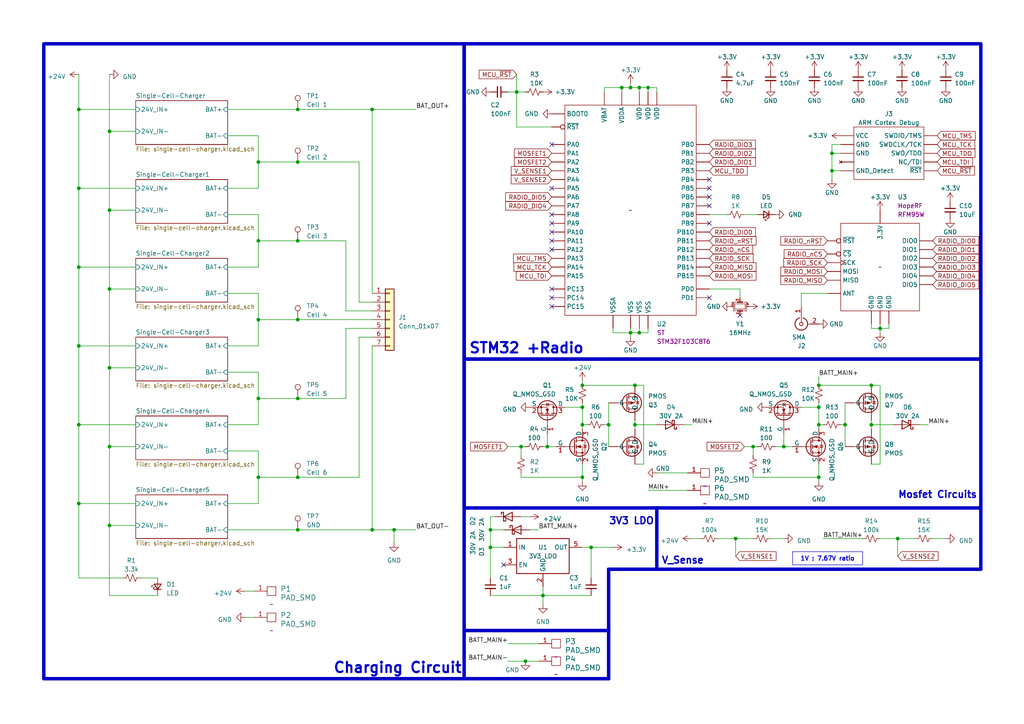
<source format=kicad_sch>
(kicad_sch (version 20230121) (generator eeschema)
  (paper "A4")
  (title_block (title "Battery and REDs Schematic") (date "2024-02-07"))
  (junction (at 185.42 25.4))
  (junction (at 86.36 153.67))
  (junction (at 171.45 158.75))
  (junction (at 168.91 118.11))
  (junction (at 74.93 138.43))
  (junction (at 252.73 111.76))
  (junction (at 213.36 156.21))
  (junction (at 237.49 138.43))
  (junction (at 176.53 123.19))
  (junction (at 180.34 25.4))
  (junction (at 22.86 100.33))
  (junction (at 184.15 123.19))
  (junction (at 86.36 46.99))
  (junction (at 107.95 31.75))
  (junction (at 237.49 123.19))
  (junction (at 107.95 153.67))
  (junction (at 114.3 153.67))
  (junction (at 182.88 25.4))
  (junction (at 182.88 96.52))
  (junction (at 22.86 54.61))
  (junction (at 252.73 123.19))
  (junction (at 168.91 123.19))
  (junction (at 31.75 83.82))
  (junction (at 185.42 96.52))
  (junction (at 74.93 92.71))
  (junction (at 237.49 118.11))
  (junction (at 245.11 123.19))
  (junction (at 74.93 46.99))
  (junction (at 22.86 123.19))
  (junction (at 22.86 31.75))
  (junction (at 237.49 111.76))
  (junction (at 168.91 138.43))
  (junction (at 31.75 129.54))
  (junction (at 184.15 111.76))
  (junction (at 86.36 31.75))
  (junction (at 31.75 152.4))
  (junction (at 168.91 111.76))
  (junction (at 74.93 69.85))
  (junction (at 31.75 60.96))
  (junction (at 149.86 26.67))
  (junction (at 157.48 172.72))
  (junction (at 86.36 69.85))
  (junction (at 218.44 129.54))
  (junction (at 31.75 38.1))
  (junction (at 241.3 49.53))
  (junction (at 22.86 77.47))
  (junction (at 152.4 191.77))
  (junction (at 260.35 156.21))
  (junction (at 158.75 129.54))
  (junction (at 31.75 106.68))
  (junction (at 227.33 129.54))
  (junction (at 187.96 25.4))
  (junction (at 142.24 158.75))
  (junction (at 241.3 44.45))
  (junction (at 22.86 146.05))
  (junction (at 86.36 92.71))
  (junction (at 142.24 153.67))
  (junction (at 74.93 115.57))
  (junction (at 255.27 95.25))
  (junction (at 86.36 138.43))
  (junction (at 151.13 129.54))
  (junction (at 86.36 115.57))
  (no_connect (at 205.74 59.69))
  (no_connect (at 205.74 64.77))
  (no_connect (at 205.74 57.15))
  (no_connect (at 160.02 83.82))
  (no_connect (at 160.02 72.39))
  (no_connect (at 160.02 41.91))
  (no_connect (at 160.02 88.9))
  (no_connect (at 160.02 62.23))
  (no_connect (at 160.02 86.36))
  (no_connect (at 205.74 54.61))
  (no_connect (at 205.74 52.07))
  (no_connect (at 205.74 86.36))
  (no_connect (at 160.02 64.77))
  (no_connect (at 160.02 54.61))
  (no_connect (at 146.05 163.83))
  (no_connect (at 160.02 67.31))
  (no_connect (at 160.02 69.85))
  (no_connect (at 214.63 91.44))
  (wire (pts (xy 260.35 156.21) (xy 265.43 156.21)))
  (wire (pts (xy 22.86 31.75) (xy 39.37 31.75)))
  (wire (pts (xy 22.86 54.61) (xy 39.37 54.61)))
  (wire (pts (xy 227.33 129.54) (xy 229.87 129.54)))
  (wire (pts (xy 31.75 106.68) (xy 39.37 106.68)))
  (wire (pts (xy 22.86 123.19) (xy 22.86 146.05)))
  (wire (pts (xy 74.93 92.71) (xy 74.93 100.33)))
  (wire (pts (xy 182.88 25.4) (xy 185.42 25.4)))
  (wire (pts (xy 31.75 106.68) (xy 31.75 129.54)))
  (wire (pts (xy 74.93 107.95) (xy 74.93 115.57)))
  (wire (pts (xy 31.75 38.1) (xy 31.75 60.96)))
  (wire (pts (xy 241.3 44.45) (xy 243.84 44.45)))
  (wire (pts (xy 252.73 123.19) (xy 252.73 124.46)))
  (wire (pts (xy 177.8 95.25) (xy 177.8 96.52)))
  (wire (pts (xy 151.13 138.43) (xy 168.91 138.43)))
  (wire (pts (xy 114.3 153.67) (xy 120.65 153.67)))
  (wire (pts (xy 107.95 100.33) (xy 107.95 153.67)))
  (wire (pts (xy 168.91 123.19) (xy 170.18 123.19)))
  (wire (pts (xy 31.75 83.82) (xy 31.75 106.68)))
  (wire (pts (xy 153.67 149.86) (xy 151.13 149.86)))
  (wire (pts (xy 151.13 129.54) (xy 151.13 132.08)))
  (wire (pts (xy 100.33 69.85) (xy 86.36 69.85)))
  (wire (pts (xy 22.86 31.75) (xy 22.86 54.61)))
  (wire (pts (xy 168.91 111.76) (xy 184.15 111.76)))
  (wire (pts (xy 168.91 134.62) (xy 168.91 138.43)))
  (wire (pts (xy 215.9 62.23) (xy 219.71 62.23)))
  (wire (pts (xy 107.95 90.17) (xy 100.33 90.17)))
  (wire (pts (xy 66.04 54.61) (xy 74.93 54.61)))
  (wire (pts (xy 66.04 123.19) (xy 74.93 123.19)))
  (wire (pts (xy 74.93 85.09) (xy 74.93 92.71)))
  (wire (pts (xy 237.49 111.76) (xy 252.73 111.76)))
  (wire (pts (xy 66.04 100.33) (xy 74.93 100.33)))
  (wire (pts (xy 270.51 156.21) (xy 274.32 156.21)))
  (wire (pts (xy 218.44 129.54) (xy 219.71 129.54)))
  (wire (pts (xy 168.91 110.49) (xy 168.91 111.76)))
  (wire (pts (xy 66.04 39.37) (xy 74.93 39.37)))
  (wire (pts (xy 175.26 123.19) (xy 176.53 123.19)))
  (wire (pts (xy 149.86 21.59) (xy 149.86 26.67)))
  (wire (pts (xy 237.49 116.84) (xy 237.49 118.11)))
  (wire (pts (xy 142.24 153.67) (xy 146.05 153.67)))
  (wire (pts (xy 185.42 95.25) (xy 185.42 96.52)))
  (wire (pts (xy 185.42 25.4) (xy 185.42 26.67)))
  (wire (pts (xy 142.24 149.86) (xy 142.24 153.67)))
  (wire (pts (xy 185.42 25.4) (xy 187.96 25.4)))
  (wire (pts (xy 86.36 138.43) (xy 104.14 138.43)))
  (wire (pts (xy 184.15 123.19) (xy 190.5 123.19)))
  (wire (pts (xy 176.53 129.54) (xy 176.53 123.19)))
  (wire (pts (xy 232.41 88.9) (xy 232.41 85.09)))
  (wire (pts (xy 74.93 69.85) (xy 74.93 77.47)))
  (wire (pts (xy 187.96 142.24) (xy 199.39 142.24)))
  (wire (pts (xy 252.73 121.92) (xy 252.73 123.19)))
  (wire (pts (xy 142.24 158.75) (xy 142.24 167.64)))
  (wire (pts (xy 151.13 129.54) (xy 152.4 129.54)))
  (wire (pts (xy 66.04 77.47) (xy 74.93 77.47)))
  (wire (pts (xy 22.86 146.05) (xy 22.86 167.64)))
  (wire (pts (xy 31.75 152.4) (xy 31.75 172.72)))
  (polyline (pts (xy 176.53 182.88) (xy 134.62 182.88)) (stroke (width 1)))
  (wire (pts (xy 31.75 60.96) (xy 39.37 60.96)))
  (wire (pts (xy 149.86 26.67) (xy 152.4 26.67)))
  (wire (pts (xy 198.12 123.19) (xy 200.66 123.19)))
  (wire (pts (xy 31.75 83.82) (xy 39.37 83.82)))
  (wire (pts (xy 255.27 93.98) (xy 255.27 95.25)))
  (wire (pts (xy 31.75 129.54) (xy 39.37 129.54)))
  (wire (pts (xy 224.79 129.54) (xy 227.33 129.54)))
  (wire (pts (xy 74.93 46.99) (xy 86.36 46.99)))
  (wire (pts (xy 107.95 97.79) (xy 104.14 97.79)))
  (wire (pts (xy 66.04 130.81) (xy 74.93 130.81)))
  (wire (pts (xy 107.95 85.09) (xy 107.95 31.75)))
  (wire (pts (xy 237.49 138.43) (xy 237.49 139.7)))
  (wire (pts (xy 147.32 26.67) (xy 149.86 26.67)))
  (wire (pts (xy 168.91 158.75) (xy 171.45 158.75)))
  (wire (pts (xy 213.36 156.21) (xy 213.36 161.29)))
  (wire (pts (xy 74.93 130.81) (xy 74.93 138.43)))
  (wire (pts (xy 74.93 46.99) (xy 74.93 54.61)))
  (wire (pts (xy 260.35 156.21) (xy 260.35 161.29)))
  (wire (pts (xy 22.86 100.33) (xy 39.37 100.33)))
  (wire (pts (xy 66.04 31.75) (xy 86.36 31.75)))
  (wire (pts (xy 100.33 95.25) (xy 100.33 115.57)))
  (wire (pts (xy 31.75 172.72) (xy 45.72 172.72)))
  (wire (pts (xy 147.32 129.54) (xy 151.13 129.54)))
  (wire (pts (xy 22.86 21.59) (xy 22.86 31.75)))
  (wire (pts (xy 86.36 153.67) (xy 107.95 153.67)))
  (wire (pts (xy 255.27 134.62) (xy 255.27 111.76)))
  (wire (pts (xy 74.93 138.43) (xy 74.93 146.05)))
  (wire (pts (xy 218.44 138.43) (xy 237.49 138.43)))
  (wire (pts (xy 142.24 158.75) (xy 146.05 158.75)))
  (polyline (pts (xy 134.62 182.88) (xy 134.62 147.32)))
  (wire (pts (xy 175.26 26.67) (xy 175.26 25.4)))
  (wire (pts (xy 40.64 167.64) (xy 45.72 167.64)))
  (wire (pts (xy 143.51 149.86) (xy 142.24 149.86)))
  (wire (pts (xy 241.3 44.45) (xy 241.3 49.53)))
  (wire (pts (xy 252.73 123.19) (xy 259.08 123.19)))
  (wire (pts (xy 86.36 115.57) (xy 100.33 115.57)))
  (wire (pts (xy 142.24 153.67) (xy 142.24 158.75)))
  (wire (pts (xy 31.75 60.96) (xy 31.75 83.82)))
  (wire (pts (xy 223.52 156.21) (xy 227.33 156.21)))
  (wire (pts (xy 39.37 146.05) (xy 22.86 146.05)))
  (wire (pts (xy 182.88 24.13) (xy 182.88 25.4)))
  (wire (pts (xy 22.86 167.64) (xy 35.56 167.64)))
  (wire (pts (xy 149.86 26.67) (xy 149.86 36.83)))
  (wire (pts (xy 237.49 118.11) (xy 237.49 123.19)))
  (wire (pts (xy 200.66 156.21) (xy 203.2 156.21)))
  (wire (pts (xy 186.69 111.76) (xy 186.69 134.62)))
  (wire (pts (xy 66.04 107.95) (xy 74.93 107.95)))
  (wire (pts (xy 31.75 38.1) (xy 39.37 38.1)))
  (wire (pts (xy 74.93 39.37) (xy 74.93 46.99)))
  (wire (pts (xy 218.44 129.54) (xy 218.44 132.08)))
  (wire (pts (xy 243.84 123.19) (xy 245.11 123.19)))
  (wire (pts (xy 31.75 21.59) (xy 31.75 38.1)))
  (wire (pts (xy 100.33 90.17) (xy 100.33 69.85)))
  (wire (pts (xy 158.75 129.54) (xy 161.29 129.54)))
  (wire (pts (xy 171.45 158.75) (xy 177.8 158.75)))
  (wire (pts (xy 266.7 123.19) (xy 269.24 123.19)))
  (wire (pts (xy 252.73 111.76) (xy 255.27 111.76)))
  (wire (pts (xy 22.86 54.61) (xy 22.86 77.47)))
  (wire (pts (xy 232.41 118.11) (xy 237.49 118.11)))
  (wire (pts (xy 74.93 115.57) (xy 86.36 115.57)))
  (wire (pts (xy 255.27 95.25) (xy 257.81 95.25)))
  (wire (pts (xy 157.48 170.18) (xy 157.48 172.72)))
  (wire (pts (xy 104.14 87.63) (xy 104.14 46.99)))
  (wire (pts (xy 74.93 62.23) (xy 74.93 69.85)))
  (wire (pts (xy 175.26 25.4) (xy 180.34 25.4)))
  (wire (pts (xy 237.49 123.19) (xy 237.49 124.46)))
  (wire (pts (xy 182.88 96.52) (xy 182.88 97.79)))
  (wire (pts (xy 190.5 137.16) (xy 199.39 137.16)))
  (wire (pts (xy 147.32 191.77) (xy 152.4 191.77)))
  (wire (pts (xy 71.12 171.45) (xy 73.66 171.45)))
  (wire (pts (xy 237.49 109.22) (xy 237.49 111.76)))
  (wire (pts (xy 152.4 191.77) (xy 156.21 191.77)))
  (wire (pts (xy 107.95 95.25) (xy 100.33 95.25)))
  (wire (pts (xy 168.91 116.84) (xy 168.91 118.11)))
  (wire (pts (xy 252.73 95.25) (xy 255.27 95.25)))
  (wire (pts (xy 243.84 41.91) (xy 241.3 41.91)))
  (wire (pts (xy 187.96 25.4) (xy 187.96 26.67)))
  (wire (pts (xy 66.04 85.09) (xy 74.93 85.09)))
  (wire (pts (xy 184.15 134.62) (xy 186.69 134.62)))
  (wire (pts (xy 184.15 121.92) (xy 184.15 123.19)))
  (wire (pts (xy 180.34 25.4) (xy 180.34 26.67)))
  (wire (pts (xy 205.74 62.23) (xy 210.82 62.23)))
  (polyline (pts (xy 190.5 165.1) (xy 176.53 165.1)) (stroke (width 1)))
  (wire (pts (xy 213.36 156.21) (xy 218.44 156.21)))
  (wire (pts (xy 151.13 137.16) (xy 151.13 138.43)))
  (wire (pts (xy 114.3 153.67) (xy 114.3 157.48)))
  (wire (pts (xy 257.81 95.25) (xy 257.81 93.98)))
  (wire (pts (xy 208.28 156.21) (xy 213.36 156.21)))
  (wire (pts (xy 182.88 95.25) (xy 182.88 96.52)))
  (wire (pts (xy 104.14 97.79) (xy 104.14 138.43)))
  (wire (pts (xy 149.86 36.83) (xy 160.02 36.83)))
  (wire (pts (xy 255.27 156.21) (xy 260.35 156.21)))
  (wire (pts (xy 232.41 85.09) (xy 240.03 85.09)))
  (wire (pts (xy 185.42 96.52) (xy 187.96 96.52)))
  (wire (pts (xy 252.73 134.62) (xy 255.27 134.62)))
  (wire (pts (xy 66.04 153.67) (xy 86.36 153.67)))
  (wire (pts (xy 22.86 77.47) (xy 39.37 77.47)))
  (polyline (pts (xy 134.62 147.32) (xy 190.5 147.32)))
  (wire (pts (xy 237.49 134.62) (xy 237.49 138.43)))
  (wire (pts (xy 156.21 153.67) (xy 153.67 153.67)))
  (wire (pts (xy 184.15 123.19) (xy 184.15 124.46)))
  (wire (pts (xy 107.95 31.75) (xy 120.65 31.75)))
  (wire (pts (xy 252.73 93.98) (xy 252.73 95.25)))
  (wire (pts (xy 86.36 31.75) (xy 107.95 31.75)))
  (wire (pts (xy 158.75 125.73) (xy 158.75 129.54)))
  (wire (pts (xy 66.04 146.05) (xy 74.93 146.05)))
  (wire (pts (xy 215.9 129.54) (xy 218.44 129.54)))
  (wire (pts (xy 255.27 95.25) (xy 255.27 96.52)))
  (wire (pts (xy 107.95 87.63) (xy 104.14 87.63)))
  (wire (pts (xy 180.34 25.4) (xy 182.88 25.4)))
  (polyline (pts (xy 176.53 165.1) (xy 176.53 182.88)) (stroke (width 1)))
  (wire (pts (xy 157.48 172.72) (xy 171.45 172.72)))
  (wire (pts (xy 142.24 172.72) (xy 157.48 172.72)))
  (wire (pts (xy 245.11 129.54) (xy 245.11 123.19)))
  (wire (pts (xy 241.3 49.53) (xy 241.3 52.07)))
  (wire (pts (xy 177.8 96.52) (xy 182.88 96.52)))
  (wire (pts (xy 241.3 41.91) (xy 241.3 44.45)))
  (wire (pts (xy 168.91 138.43) (xy 168.91 139.7)))
  (wire (pts (xy 245.11 116.84) (xy 245.11 123.19)))
  (polyline (pts (xy 190.5 147.32) (xy 190.5 165.1)) (stroke (width 1)))
  (wire (pts (xy 74.93 138.43) (xy 86.36 138.43)))
  (wire (pts (xy 168.91 123.19) (xy 168.91 124.46)))
  (wire (pts (xy 163.83 118.11) (xy 168.91 118.11)))
  (wire (pts (xy 187.96 25.4) (xy 190.5 25.4)))
  (wire (pts (xy 238.76 156.21) (xy 250.19 156.21)))
  (wire (pts (xy 176.53 116.84) (xy 176.53 123.19)))
  (wire (pts (xy 241.3 49.53) (xy 243.84 49.53)))
  (wire (pts (xy 147.32 186.69) (xy 156.21 186.69)))
  (wire (pts (xy 237.49 123.19) (xy 238.76 123.19)))
  (wire (pts (xy 71.12 179.07) (xy 73.66 179.07)))
  (polyline (pts (xy 284.48 147.32) (xy 284.48 165.1)) (stroke (width 1)))
  (wire (pts (xy 22.86 123.19) (xy 39.37 123.19)))
  (wire (pts (xy 157.48 129.54) (xy 158.75 129.54)))
  (wire (pts (xy 74.93 92.71) (xy 86.36 92.71)))
  (wire (pts (xy 214.63 83.82) (xy 214.63 86.36)))
  (wire (pts (xy 107.95 153.67) (xy 114.3 153.67)))
  (wire (pts (xy 31.75 152.4) (xy 39.37 152.4)))
  (wire (pts (xy 184.15 111.76) (xy 186.69 111.76)))
  (wire (pts (xy 182.88 96.52) (xy 185.42 96.52)))
  (polyline (pts (xy 190.5 165.1) (xy 284.48 165.1)) (stroke (width 1)))
  (wire (pts (xy 157.48 172.72) (xy 157.48 175.26)))
  (wire (pts (xy 86.36 69.85) (xy 74.93 69.85)))
  (wire (pts (xy 187.96 95.25) (xy 187.96 96.52)))
  (wire (pts (xy 66.04 62.23) (xy 74.93 62.23)))
  (wire (pts (xy 31.75 129.54) (xy 31.75 152.4)))
  (wire (pts (xy 22.86 100.33) (xy 22.86 123.19)))
  (wire (pts (xy 168.91 118.11) (xy 168.91 123.19)))
  (wire (pts (xy 74.93 115.57) (xy 74.93 123.19)))
  (wire (pts (xy 205.74 83.82) (xy 214.63 83.82)))
  (wire (pts (xy 218.44 137.16) (xy 218.44 138.43)))
  (polyline (pts (xy 134.62 196.85) (xy 176.53 196.85)) (stroke (width 1)))
  (wire (pts (xy 86.36 92.71) (xy 107.95 92.71)))
  (wire (pts (xy 22.86 77.47) (xy 22.86 100.33)))
  (polyline (pts (xy 176.53 182.88) (xy 176.53 196.85)) (stroke (width 1)))
  (wire (pts (xy 227.33 125.73) (xy 227.33 129.54)))
  (wire (pts (xy 86.36 46.99) (xy 104.14 46.99)))
  (wire (pts (xy 171.45 158.75) (xy 171.45 167.64)))
  (wire (pts (xy 190.5 25.4) (xy 190.5 26.67)))
  (rectangle (start 134.62 104.14) (end 284.48 147.32) (stroke (width 1)))
  (rectangle (start 12.7 12.7) (end 134.62 196.85) (stroke (width 1)))
  (rectangle (start 134.62 12.7) (end 284.48 104.14) (stroke (width 1)))
  (text_box "1V : 7.67V ratio" (at 229.87 160.02 0) (size 20.32 3.81) (effects (font (size 1.27 1.27) bold)))
  (text "STM32 +Radio" (at 135.89 102.87 0) (effects (font (size 3 3) (thickness 0.6) bold) (justify left bottom)))
  (text "Charging Circuit" (at 96.52 195.58 0) (effects (font (size 3 3) (thickness 0.6) bold) (justify left bottom)))
  (text "3V3 LDO" (at 176.53 152.4 0) (effects (font (size 2 2) (thickness 0.4) bold) (justify left bottom)))
  (text "Mosfet Circuits" (at 260.35 144.78 0) (effects (font (size 2 2) (thickness 0.4) bold) (justify left bottom)))
  (text "V_Sense" (at 191.77 163.83 0) (effects (font (size 2 2) bold) (justify left bottom)))
  (label "BATT_MAIN+" (at 238.76 156.21 0))
  (label "BAT_OUT+" (at 120.65 31.75 0))
  (label "MAIN+" (at 200.66 123.19 0))
  (label "MAIN+" (at 187.96 142.24 0))
  (label "BATT_MAIN-" (at 147.32 191.77 180))
  (label "BAT_OUT-" (at 120.65 153.67 0))
  (label "BATT_MAIN+" (at 147.32 186.69 180))
  (label "BATT_MAIN+" (at 237.49 109.22 0))
  (label "BATT_MAIN+" (at 156.21 153.67 0))
  (label "MAIN+" (at 269.24 123.19 0))
  (global_label "MOSFET2" (shape input) (at 215.9 129.54 180) (property "Intersheetrefs" "${INTERSHEET_REFS}" (effects hide)))
  (global_label "RADIO_nRST" (shape input) (at 205.74 69.85 0) (property "Intersheetrefs" "${INTERSHEET_REFS}" (effects hide)))
  (global_label "RADIO_MOSI" (shape input) (at 205.74 80.01 0) (property "Intersheetrefs" "${INTERSHEET_REFS}" (effects hide)))
  (global_label "RADIO_nCS" (shape input) (at 240.03 73.66 180) (property "Intersheetrefs" "${INTERSHEET_REFS}" (effects hide)))
  (global_label "RADIO_SCK" (shape input) (at 240.03 76.2 180) (property "Intersheetrefs" "${INTERSHEET_REFS}" (effects hide)))
  (global_label "RADIO_MISO" (shape input) (at 240.03 81.28 180) (property "Intersheetrefs" "${INTERSHEET_REFS}" (effects hide)))
  (global_label "MOSFET1" (shape input) (at 147.32 129.54 180) (property "Intersheetrefs" "${INTERSHEET_REFS}" (effects hide)))
  (global_label "V_SENSE2" (shape input) (at 260.35 161.29 0) (property "Intersheetrefs" "${INTERSHEET_REFS}" (effects hide)))
  (global_label "MCU_~{RST}" (shape input) (at 149.86 21.59 180) (property "Intersheetrefs" "${INTERSHEET_REFS}" (effects hide)))
  (global_label "MCU_TCK" (shape input) (at 160.02 77.47 180) (property "Intersheetrefs" "${INTERSHEET_REFS}" (effects hide)))
  (global_label "RADIO_DIO0" (shape input) (at 205.74 67.31 0) (property "Intersheetrefs" "${INTERSHEET_REFS}" (effects hide)))
  (global_label "RADIO_DIO2" (shape input) (at 205.74 44.45 0) (property "Intersheetrefs" "${INTERSHEET_REFS}" (effects hide)))
  (global_label "MCU_TMS" (shape input) (at 160.02 74.93 180) (property "Intersheetrefs" "${INTERSHEET_REFS}" (effects hide)))
  (global_label "RADIO_DIO1" (shape input) (at 270.51 72.39 0) (property "Intersheetrefs" "${INTERSHEET_REFS}" (effects hide)))
  (global_label "RADIO_DIO4" (shape input) (at 270.51 80.01 0) (property "Intersheetrefs" "${INTERSHEET_REFS}" (effects hide)))
  (global_label "MCU_TDI" (shape input) (at 160.02 80.01 180) (property "Intersheetrefs" "${INTERSHEET_REFS}" (effects hide)))
  (global_label "RADIO_SCK" (shape input) (at 205.74 74.93 0) (property "Intersheetrefs" "${INTERSHEET_REFS}" (effects hide)))
  (global_label "RADIO_DIO3" (shape input) (at 270.51 77.47 0) (property "Intersheetrefs" "${INTERSHEET_REFS}" (effects hide)))
  (global_label "MCU_TDI" (shape input) (at 271.78 46.99 0) (property "Intersheetrefs" "${INTERSHEET_REFS}" (effects hide)))
  (global_label "RADIO_DIO2" (shape input) (at 270.51 74.93 0) (property "Intersheetrefs" "${INTERSHEET_REFS}" (effects hide)))
  (global_label "MOSFET1" (shape input) (at 160.02 44.45 180) (property "Intersheetrefs" "${INTERSHEET_REFS}" (effects hide)))
  (global_label "RADIO_nCS" (shape input) (at 205.74 72.39 0) (property "Intersheetrefs" "${INTERSHEET_REFS}" (effects hide)))
  (global_label "V_SENSE1" (shape input) (at 213.36 161.29 0) (property "Intersheetrefs" "${INTERSHEET_REFS}" (effects hide)))
  (global_label "MCU_TDO" (shape input) (at 205.74 49.53 0) (property "Intersheetrefs" "${INTERSHEET_REFS}" (effects hide)))
  (global_label "RADIO_DIO0" (shape input) (at 270.51 69.85 0) (property "Intersheetrefs" "${INTERSHEET_REFS}" (effects hide)))
  (global_label "RADIO_DIO1" (shape input) (at 205.74 46.99 0) (property "Intersheetrefs" "${INTERSHEET_REFS}" (effects hide)))
  (global_label "MOSFET2" (shape input) (at 160.02 46.99 180) (property "Intersheetrefs" "${INTERSHEET_REFS}" (effects hide)))
  (global_label "RADIO_nRST" (shape input) (at 240.03 69.85 180) (property "Intersheetrefs" "${INTERSHEET_REFS}" (effects hide)))
  (global_label "V_SENSE2" (shape input) (at 160.02 52.07 180) (property "Intersheetrefs" "${INTERSHEET_REFS}" (effects hide)))
  (global_label "MCU_TCK" (shape input) (at 271.78 41.91 0) (property "Intersheetrefs" "${INTERSHEET_REFS}" (effects hide)))
  (global_label "RADIO_DIO4" (shape input) (at 160.02 59.69 180) (property "Intersheetrefs" "${INTERSHEET_REFS}" (effects hide)))
  (global_label "RADIO_DIO5" (shape input) (at 160.02 57.15 180) (property "Intersheetrefs" "${INTERSHEET_REFS}" (effects hide)))
  (global_label "RADIO_DIO5" (shape input) (at 270.51 82.55 0) (property "Intersheetrefs" "${INTERSHEET_REFS}" (effects hide)))
  (global_label "RADIO_MOSI" (shape input) (at 240.03 78.74 180) (property "Intersheetrefs" "${INTERSHEET_REFS}" (effects hide)))
  (global_label "V_SENSE1" (shape input) (at 160.02 49.53 180) (property "Intersheetrefs" "${INTERSHEET_REFS}" (effects hide)))
  (global_label "MCU_TMS" (shape input) (at 271.78 39.37 0) (property "Intersheetrefs" "${INTERSHEET_REFS}" (effects hide)))
  (global_label "MCU_~{RST}" (shape input) (at 271.78 49.53 0) (property "Intersheetrefs" "${INTERSHEET_REFS}" (effects hide)))
  (global_label "RADIO_DIO3" (shape input) (at 205.74 41.91 0) (property "Intersheetrefs" "${INTERSHEET_REFS}" (effects hide)))
  (global_label "RADIO_MISO" (shape input) (at 205.74 77.47 0) (property "Intersheetrefs" "${INTERSHEET_REFS}" (effects hide)))
  (global_label "MCU_TDO" (shape input) (at 271.78 44.45 0) (property "Intersheetrefs" "${INTERSHEET_REFS}" (effects hide)))
  (symbol (lib_id "power:+3.3V") (at 157.48 26.67 270) (unit 1)
    (property "Reference" "#PWR010" (effects hide))
    (property "Value" "+3.3V" (at 163.83 26.67 90))
  )
  (symbol (lib_id "Device:C_Small") (at 275.59 60.96 0) (unit 1)
    (property "Reference" "C10" (at 278.13 59.69 0) (effects (justify left)))
    (property "Value" "10uF" (at 278.13 62.2363 0) (effects (justify left)))
    (property "Footprint" "Capacitor_SMD:C_0603_1608Metric_Pad1.08x0.95mm_HandSolder" (effects hide))
    (property "Manufacturer" "Generic" (effects hide))
    (property "Part #" "Generic 0603 10uF 6.3V X7R MLCC" (effects hide))
  )
  (symbol (lib_id "power:GND") (at 152.4 191.77 0) (unit 1)
    (property "Reference" "#PWR07" (effects hide))
    (property "Value" "GND" (at 148.59 194.31 0))
  )
  (symbol (lib_id "Device:C_Small") (at 223.52 22.86 0) (unit 1)
    (property "Reference" "C5" (at 226.06 21.59 0) (effects (justify left)))
    (property "Value" "100nF" (at 226.06 24.1363 0) (effects (justify left)))
    (property "Footprint" "Capacitor_SMD:C_0603_1608Metric_Pad1.08x0.95mm_HandSolder" (effects hide))
    (property "Manufacturer" "Generic" (effects hide))
    (property "Part #" "Generic 0603 100nF 6.3V X7R MLCC" (effects hide))
  )
  (symbol (lib_id "UCIRP-KiCAD-Lib:ARM_Cortex_Debug") (at 257.81 44.45 0) (unit 1)
    (property "Reference" "J3" (at 257.81 33.02 0))
    (property "Value" "ARM Cortex Debug" (at 257.81 35.56 0))
    (property "Footprint" "Connector_PinHeader_1.27mm:PinHeader_2x05_P1.27mm_Vertical_SMD" (effects hide))
    (property "Manufacturer" "Generic" (effects hide))
    (property "Part #" "Generic 1.27mm 2x5 Pin Header" (effects hide))
  )
  (symbol (lib_id "power:GND") (at 261.62 25.4 0) (unit 1)
    (property "Reference" "#PWR040" (effects hide))
    (property "Value" "GND" (at 261.62 29.21 0))
  )
  (symbol (lib_id "power:GND") (at 190.5 137.16 270) (unit 1)
    (property "Reference" "#PWR018" (effects hide))
    (property "Value" "GND" (at 194.31 135.89 90) (effects (justify right)))
  )
  (symbol (lib_id "Device:LED_Small") (at 222.25 62.23 180) (unit 1)
    (property "Reference" "D5" (at 222.25 57.15 0))
    (property "Value" "LED" (at 222.25 59.69 0))
    (property "Footprint" "Diode_SMD:D_0603_1608Metric_Pad1.05x0.95mm_HandSolder" (effects hide))
    (property "Manufacturer" "Generic" (effects hide))
    (property "Part #" "Generic 0603 Red LED" (effects hide))
  )
  (symbol (lib_id "UCIRP-KiCAD-Lib:NCV8730") (at 157.48 161.29 0) (unit 1)
    (property "Reference" "U1" (at 157.48 158.75 0))
    (property "Value" "3V3 LDO" (at 157.47 161.29 0))
    (property "Footprint" "Package_SO:TSOP-5_1.65x3.05mm_P0.95mm" (effects hide))
    (property "Datasheet" "https://www.mouser.com/datasheet/2/308/1/NCV8730_D-2317675.pdf" (effects hide))
    (property "Manufacturer" "Onsemi" (effects hide))
    (property "Part #" "NCV8730ASN330T1G" (effects hide))
  )
  (symbol (lib_id "Connector:TestPoint") (at 86.36 115.57 0) (unit 1)
    (property "Reference" "TP5" (at 88.9 111.633 0) (effects (justify left)))
    (property "Value" "Cell 5" (at 88.9 114.173 0) (effects (justify left)))
    (property "Footprint" "TestPoint:TestPoint_Pad_2.0x2.0mm" (effects hide))
    (property "Manufacturer" "Generic" (effects hide))
  )
  (symbol (lib_id "power:GND") (at 274.32 25.4 0) (unit 1)
    (property "Reference" "#PWR042" (effects hide))
    (property "Value" "GND" (at 274.32 29.21 0))
  )
  (symbol (lib_id "power:GND") (at 237.49 93.98 90) (unit 1)
    (property "Reference" "#PWR031" (effects hide))
    (property "Value" "GND" (at 242.57 93.98 90))
  )
  (symbol (lib_id "power:GND") (at 31.75 21.59 90) (unit 1)
    (property "Reference" "#PWR02" (effects hide))
    (property "Value" "GND" (at 35.56 22.225 90) (effects (justify right)))
  )
  (symbol (lib_id "Connector_Generic:Conn_01x07") (at 113.03 92.71 0) (unit 1)
    (property "Reference" "J1" (at 115.57 92.075 0) (effects (justify left)))
    (property "Value" "Conn_01x07" (at 115.57 94.615 0) (effects (justify left)))
    (property "Footprint" "Connector_JST:JST_PH_B7B-PH-K_1x07_P2.00mm_Vertical" (effects hide))
    (property "Manufacturer" "Generic" (effects hide))
    (property "Part #" "Generic 2.54mm 1x7 Pin Header" (effects hide))
  )
  (symbol (lib_id "Device:Q_NMOS_GSD") (at 227.33 120.65 270) (mirror x) (unit 1)
    (property "Reference" "Q5" (at 227.33 111.76 90))
    (property "Value" "Q_NMOS_GSD" (at 223.52 114.3 90))
    (property "Footprint" "Package_TO_SOT_SMD:SOT-23-3" (effects hide))
    (property "Datasheet" "https://www.onsemi.com/pdf/datasheet/ntr4003n-d.pdf" (effects hide))
    (property "Manufacturer" "Onsemi" (effects hide))
    (property "Part #" "NTR4003NT3G" (effects hide))
  )
  (symbol (lib_id "Device:R_Small_US") (at 237.49 114.3 0) (unit 1)
    (property "Reference" "R12" (at 232.41 113.03 0) (effects (justify left)))
    (property "Value" "10K" (at 232.41 115.57 0) (effects (justify left)))
    (property "Footprint" "Resistor_SMD:R_0603_1608Metric_Pad0.98x0.95mm_HandSolder" (effects hide))
    (property "Manufacturer" "Generic" (effects hide))
    (property "Part #" "Generic 0603 10K 1% Resistor" (effects hide))
  )
  (symbol (lib_id "Device:Q_NMOS_GSD") (at 234.95 129.54 0) (unit 1)
    (property "Reference" "Q6" (at 243.84 129.54 90))
    (property "Value" "Q_NMOS_GSD" (at 241.3 133.35 90))
    (property "Footprint" "Package_TO_SOT_SMD:SOT-23-3" (effects hide))
    (property "Datasheet" "https://www.onsemi.com/pdf/datasheet/ntr4003n-d.pdf" (effects hide))
    (property "Manufacturer" "Onsemi" (effects hide))
    (property "Part #" "NTR4003NT3G" (effects hide))
  )
  (symbol (lib_id "Connector:TestPoint") (at 86.36 138.43 0) (unit 1)
    (property "Reference" "TP6" (at 88.9 134.493 0) (effects (justify left)))
    (property "Value" "Cell 6" (at 88.9 137.033 0) (effects (justify left)))
    (property "Footprint" "TestPoint:TestPoint_Pad_2.0x2.0mm" (effects hide))
    (property "Manufacturer" "Generic" (effects hide))
  )
  (symbol (lib_id "power:GND") (at 160.02 33.02 270) (unit 1)
    (property "Reference" "#PWR012" (effects hide))
    (property "Value" "GND" (at 156.21 33.02 90) (effects (justify right)))
  )
  (symbol (lib_id "Connector:TestPoint") (at 86.36 31.75 0) (unit 1)
    (property "Reference" "TP1" (at 88.9 27.813 0) (effects (justify left)))
    (property "Value" "Cell 1" (at 88.9 30.353 0) (effects (justify left)))
    (property "Footprint" "TestPoint:TestPoint_Pad_2.0x2.0mm" (effects hide))
    (property "Manufacturer" "Generic" (effects hide))
  )
  (symbol (lib_id "power:GND") (at 223.52 25.4 0) (unit 1)
    (property "Reference" "#PWR026" (effects hide))
    (property "Value" "GND" (at 223.52 29.21 0))
  )
  (symbol (lib_id "Device:R_Small_US") (at 218.44 134.62 180) (unit 1)
    (property "Reference" "R9" (at 220.98 133.985 0) (effects (justify right)))
    (property "Value" "1K" (at 220.98 136.525 0) (effects (justify right)))
    (property "Footprint" "Resistor_SMD:R_0603_1608Metric_Pad0.98x0.95mm_HandSolder" (effects hide))
    (property "Manufacturer" "Generic" (effects hide))
    (property "Part #" "Generic 0603 1K 10% Resistor" (effects hide))
  )
  (symbol (lib_id "power:+3.3V") (at 223.52 20.32 0) (unit 1)
    (property "Reference" "#PWR025" (effects hide))
    (property "Value" "+3.3V" (at 223.52 16.51 0))
  )
  (symbol (lib_id "Device:R_Small_US") (at 172.72 123.19 90) (unit 1)
    (property "Reference" "R6" (at 172.72 118.11 90))
    (property "Value" "100" (at 172.72 120.65 90))
    (property "Footprint" "Resistor_SMD:R_0603_1608Metric_Pad0.98x0.95mm_HandSolder" (effects hide))
    (property "Manufacturer" "Generic" (effects hide))
    (property "Part #" "Generic 0603 100ohm 5% Resistor" (effects hide))
  )
  (symbol (lib_id "Device:C_Small") (at 210.82 22.86 0) (unit 1)
    (property "Reference" "C4" (at 213.36 21.59 0) (effects (justify left)))
    (property "Value" "4.7uF" (at 213.36 24.1363 0) (effects (justify left)))
    (property "Footprint" "Capacitor_SMD:C_0603_1608Metric_Pad1.08x0.95mm_HandSolder" (effects hide))
    (property "Manufacturer" "Generic" (effects hide))
    (property "Part #" "Generic 0603 4.7uF 6.3V X7R MLCC" (effects hide))
  )
  (symbol (lib_id "power:+24V") (at 153.67 149.86 270) (unit 1)
    (property "Reference" "#PWR09" (effects hide))
    (property "Value" "+24V" (at 157.48 150.495 90) (effects (justify left)))
  )
  (symbol (lib_id "power:GND") (at 182.88 97.79 0) (unit 1)
    (property "Reference" "#PWR017" (effects hide))
    (property "Value" "GND" (at 182.88 101.6 0))
  )
  (symbol (lib_id "Device:R_Small_US") (at 241.3 123.19 90) (unit 1)
    (property "Reference" "R13" (at 241.3 118.11 90))
    (property "Value" "100" (at 241.3 120.65 90))
    (property "Footprint" "Resistor_SMD:R_0603_1608Metric_Pad0.98x0.95mm_HandSolder" (effects hide))
    (property "Manufacturer" "Generic" (effects hide))
    (property "Part #" "Generic 0603 100ohm 5% Resistor" (effects hide))
  )
  (symbol (lib_id "Device:R_Small_US") (at 220.98 156.21 90) (unit 1)
    (property "Reference" "R10" (at 220.98 151.13 90))
    (property "Value" "15K" (at 220.98 153.67 90))
    (property "Footprint" "Resistor_SMD:R_0603_1608Metric_Pad0.98x0.95mm_HandSolder" (effects hide))
    (property "Manufacturer" "Generic" (effects hide))
    (property "Part #" "Generic 0603 15K 0.1% Resistor" (effects hide))
  )
  (symbol (lib_id "power:+3.3V") (at 182.88 24.13 0) (unit 1)
    (property "Reference" "#PWR016" (effects hide))
    (property "Value" "+3.3V" (at 182.88 20.32 0))
  )
  (symbol (lib_id "Connector:TestPoint") (at 86.36 69.85 0) (unit 1)
    (property "Reference" "TP3" (at 88.9 65.913 0) (effects (justify left)))
    (property "Value" "Cell 3" (at 88.9 68.453 0) (effects (justify left)))
    (property "Footprint" "TestPoint:TestPoint_Pad_2.0x2.0mm" (effects hide))
    (property "Manufacturer" "Generic" (effects hide))
  )
  (symbol (lib_id "power:GND") (at 255.27 96.52 0) (unit 1)
    (property "Reference" "#PWR038" (effects hide))
    (property "Value" "GND" (at 255.27 100.33 0))
  )
  (symbol (lib_id "Device:R_Small_US") (at 168.91 114.3 0) (unit 1)
    (property "Reference" "R5" (at 163.83 113.03 0) (effects (justify left)))
    (property "Value" "10K" (at 163.83 115.57 0) (effects (justify left)))
    (property "Footprint" "Resistor_SMD:R_0603_1608Metric_Pad0.98x0.95mm_HandSolder" (effects hide))
    (property "Manufacturer" "Generic" (effects hide))
    (property "Part #" "Generic 0603 10K 1% Resistor" (effects hide))
  )
  (symbol (lib_id "Device:C_Small") (at 248.92 22.86 0) (unit 1)
    (property "Reference" "C7" (at 251.46 21.59 0) (effects (justify left)))
    (property "Value" "100nF" (at 251.46 24.1363 0) (effects (justify left)))
    (property "Footprint" "Capacitor_SMD:C_0603_1608Metric_Pad1.08x0.95mm_HandSolder" (effects hide))
    (property "Manufacturer" "Generic" (effects hide))
    (property "Part #" "Generic 0603 100nF 6.3V X7R MLCC" (effects hide))
  )
  (symbol (lib_id "pkl_misc:PAD_SMD") (at 78.74 179.07 0) (unit 1)
    (property "Reference" "P2" (at 81.28 178.435 0) (effects (font (size 1.524 1.524)) (justify left)))
    (property "Value" "PAD_SMD" (at 81.28 180.975 0) (effects (font (size 1.524 1.524)) (justify left)))
    (property "Footprint" "TestPoint:TestPoint_Pad_2.0x2.0mm" (effects hide))
    (property "Datasheet" "~" (at 78.74 182.88 0) (effects (font (size 1.524 1.524))))
    (property "Manufacturer" "Generic" (effects hide))
  )
  (symbol (lib_id "Device:C_Small") (at 236.22 22.86 0) (unit 1)
    (property "Reference" "C6" (at 238.76 21.59 0) (effects (justify left)))
    (property "Value" "100nF" (at 238.76 24.1363 0) (effects (justify left)))
    (property "Footprint" "Capacitor_SMD:C_0603_1608Metric_Pad1.08x0.95mm_HandSolder" (effects hide))
    (property "Manufacturer" "Generic" (effects hide))
    (property "Part #" "Generic 0603 100nF 6.3V X7R MLCC" (effects hide))
  )
  (symbol (lib_id "power:+3.3V") (at 248.92 20.32 0) (unit 1)
    (property "Reference" "#PWR035" (effects hide))
    (property "Value" "+3.3V" (at 248.92 16.51 0))
  )
  (symbol (lib_id "power:GND") (at 241.3 52.07 0) (unit 1)
    (property "Reference" "#PWR033" (effects hide))
    (property "Value" "GND" (at 241.3 55.88 0))
  )
  (symbol (lib_id "Device:C_Small") (at 171.45 170.18 0) (unit 1)
    (property "Reference" "C3" (at 165.1 167.64 0) (effects (justify left)))
    (property "Value" "1uF" (at 165.1 170.18 0) (effects (justify left)))
    (property "Footprint" "Capacitor_SMD:C_0603_1608Metric_Pad1.08x0.95mm_HandSolder" (effects hide))
    (property "Manufacturer" "Samsung" (effects hide))
    (property "Part #" "CL10B105KL9VPNC" (effects hide))
  )
  (symbol (lib_id "power:GND") (at 153.67 118.11 270) (unit 1)
    (property "Reference" "#PWR08" (effects hide))
    (property "Value" "GND" (at 149.86 118.745 90) (effects (justify right)))
  )
  (symbol (lib_id "power:GND") (at 168.91 139.7 0) (unit 1)
    (property "Reference" "#PWR014" (effects hide))
    (property "Value" "GND" (at 168.91 144.78 0))
  )
  (symbol (lib_id "UCIRP-KiCAD-Lib:RFM95W") (at 255.27 77.47 0) (unit 1)
    (property "Reference" "U3" (at 260.35 57.15 0) (effects (justify left)))
    (property "Value" "~" (at 255.27 77.47 0))
    (property "Footprint" "UCIRP-KiCAD-Lib:RFM95W" (effects hide))
    (property "Datasheet" "https://cdn.sparkfun.com/assets/learn_tutorials/8/0/4/RFM95_96_97_98W.pdf" (effects hide))
    (property "Manufacturer" "HopeRF" (at 260.35 59.69 0) (effects (justify left)))
    (property "Part #" "RFM95W" (at 260.35 62.23 0) (effects (justify left)))
  )
  (symbol (lib_id "Device:R_Small_US") (at 267.97 156.21 90) (unit 1)
    (property "Reference" "R15" (at 267.97 151.13 90))
    (property "Value" "15K" (at 267.97 153.67 90))
    (property "Footprint" "Resistor_SMD:R_0603_1608Metric_Pad0.98x0.95mm_HandSolder" (effects hide))
    (property "Manufacturer" "Generic" (effects hide))
    (property "Part #" "Generic 0603 15K 0.1% Resistor" (effects hide))
  )
  (symbol (lib_id "power:GND") (at 142.24 26.67 270) (unit 1)
    (property "Reference" "#PWR06" (effects hide))
    (property "Value" "GND" (at 137.16 26.67 90))
  )
  (symbol (lib_id "Device:C_Small") (at 274.32 22.86 0) (unit 1)
    (property "Reference" "C9" (at 276.86 21.59 0) (effects (justify left)))
    (property "Value" "100nF" (at 276.86 24.1363 0) (effects (justify left)))
    (property "Footprint" "Capacitor_SMD:C_0603_1608Metric_Pad1.08x0.95mm_HandSolder" (effects hide))
    (property "Manufacturer" "Generic" (effects hide))
    (property "Part #" "Generic 0603 100nF 6.3V X7R MLCC" (effects hide))
  )
  (symbol (lib_id "power:GND") (at 274.32 156.21 90) (unit 1)
    (property "Reference" "#PWR043" (effects hide))
    (property "Value" "GND" (at 278.13 156.845 90) (effects (justify right)))
  )
  (symbol (lib_id "power:+3.3V") (at 275.59 58.42 0) (unit 1)
    (property "Reference" "#PWR044" (effects hide))
    (property "Value" "+3.3V" (at 275.59 54.61 0))
  )
  (symbol (lib_id "power:+3.3V") (at 261.62 20.32 0) (unit 1)
    (property "Reference" "#PWR039" (effects hide))
    (property "Value" "+3.3V" (at 261.62 16.51 0))
  )
  (symbol (lib_id "power:+24V") (at 22.86 21.59 90) (unit 1)
    (property "Reference" "#PWR01" (effects hide))
    (property "Value" "+24V" (at 19.05 22.225 90) (effects (justify left)))
  )
  (symbol (lib_id "power:+24V") (at 168.91 110.49 0) (unit 1)
    (property "Reference" "#PWR013" (effects hide))
    (property "Value" "+24V" (at 168.91 106.68 0))
  )
  (symbol (lib_id "power:GND") (at 237.49 139.7 0) (unit 1)
    (property "Reference" "#PWR032" (effects hide))
    (property "Value" "GND" (at 237.49 144.78 0))
  )
  (symbol (lib_id "power:GND") (at 71.12 179.07 270) (unit 1)
    (property "Reference" "#PWR04" (effects hide))
    (property "Value" "GND" (at 67.31 179.705 90) (effects (justify right)))
  )
  (symbol (lib_id "Device:C_Small") (at 144.78 26.67 270) (unit 1)
    (property "Reference" "C2" (at 142.24 30.48 90) (effects (justify left)))
    (property "Value" "100nF" (at 142.24 33.0263 90) (effects (justify left)))
    (property "Footprint" "Capacitor_SMD:C_0603_1608Metric_Pad1.08x0.95mm_HandSolder" (effects hide))
    (property "Manufacturer" "Generic" (effects hide))
    (property "Part #" "Generic 0603 100nF 6.3V X7R MLCC" (effects hide))
  )
  (symbol (lib_id "power:+24V") (at 71.12 171.45 90) (unit 1)
    (property "Reference" "#PWR03" (effects hide))
    (property "Value" "+24V" (at 67.31 172.085 90) (effects (justify left)))
  )
  (symbol (lib_id "UCIRP-KiCAD-Lib:STM32F103C8T6") (at 182.88 60.96 0) (unit 1)
    (property "Reference" "U2" (at 190.5 93.98 0) (effects (justify left)))
    (property "Value" "~" (at 182.88 60.96 0))
    (property "Footprint" "Package_QFP:LQFP-48_7x7mm_P0.5mm" (effects hide))
    (property "Datasheet" "https://www.st.com/resource/en/datasheet/stm32f103cb.pdf" (effects hide))
    (property "Manufacturer" "ST" (at 190.5 96.52 0) (effects (justify left)))
    (property "Part #" "STM32F103C8T6" (at 190.5 99.06 0) (effects (justify left)))
  )
  (symbol (lib_id "power:GND") (at 248.92 25.4 0) (unit 1)
    (property "Reference" "#PWR036" (effects hide))
    (property "Value" "GND" (at 248.92 29.21 0))
  )
  (symbol (lib_id "power:GND") (at 227.33 156.21 90) (unit 1)
    (property "Reference" "#PWR028" (effects hide))
    (property "Value" "GND" (at 231.14 156.845 90) (effects (justify right)))
  )
  (symbol (lib_id "Connector:TestPoint") (at 86.36 46.99 0) (unit 1)
    (property "Reference" "TP2" (at 88.9 43.053 0) (effects (justify left)))
    (property "Value" "Cell 2" (at 88.9 45.593 0) (effects (justify left)))
    (property "Footprint" "TestPoint:TestPoint_Pad_2.0x2.0mm" (effects hide))
    (property "Manufacturer" "Generic" (effects hide))
  )
  (symbol (lib_id "power:GND") (at 222.25 118.11 270) (unit 1)
    (property "Reference" "#PWR024" (effects hide))
    (property "Value" "GND" (at 218.44 118.745 90) (effects (justify right)))
  )
  (symbol (lib_id "power:GND") (at 210.82 25.4 0) (unit 1)
    (property "Reference" "#PWR021" (effects hide))
    (property "Value" "GND" (at 210.82 29.21 0))
  )
  (symbol (lib_id "Device:D_Schottky") (at 262.89 123.19 180) (unit 1)
    (property "Reference" "D6" (at 263.2075 118.11 0))
    (property "Value" "30V 2A" (at 263.2075 120.65 0))
    (property "Footprint" "Diode_SMD:Nexperia_DSN1608-2_1.6x0.8mm" (effects hide))
    (property "Datasheet" "https://www.mouser.com/datasheet/2/308/1/NSR20F30_D-2318285.pdf" (effects hide))
    (property "Manufacturer" "Onsemi" (effects hide))
    (property "Part #" "NSR20F30NXT5G" (effects hide))
  )
  (symbol (lib_id "Transistor_FET:SiSS27DN") (at 250.19 129.54 0) (unit 1)
    (property "Reference" "Q8" (at 256.54 128.905 0) (effects (justify left)))
    (property "Value" "PMOS" (at 256.54 131.445 0) (effects (justify left)))
    (property "Footprint" "Package_SO:Vishay_PowerPAK_1212-8_Single" (effects hide))
    (property "Datasheet" "https://www.vishay.com/docs/62895/si7315dn.pdf" (effects hide))
    (property "Manufacturer" "Vishay Siliconix" (effects hide))
    (property "Part #" "SI7315DN-T1-GE3" (effects hide))
  )
  (symbol (lib_id "Connector:TestPoint") (at 86.36 92.71 0) (unit 1)
    (property "Reference" "TP4" (at 88.9 88.773 0) (effects (justify left)))
    (property "Value" "Cell 4" (at 88.9 91.313 0) (effects (justify left)))
    (property "Footprint" "TestPoint:TestPoint_Pad_2.0x2.0mm" (effects hide))
    (property "Manufacturer" "Generic" (effects hide))
  )
  (symbol (lib_id "Transistor_FET:SiSS27DN") (at 250.19 116.84 0) (mirror x) (unit 1)
    (property "Reference" "Q7" (at 256.54 117.475 0) (effects (justify left)))
    (property "Value" "PMOS" (at 256.54 114.935 0) (effects (justify left)))
    (property "Footprint" "Package_SO:Vishay_PowerPAK_1212-8_Single" (effects hide))
    (property "Datasheet" "https://www.vishay.com/docs/62895/si7315dn.pdf" (effects hide))
    (property "Manufacturer" "Vishay Siliconix" (effects hide))
    (property "Part #" "SI7315DN-T1-GE3" (effects hide))
  )
  (symbol (lib_id "pkl_misc:PAD_SMD") (at 204.47 137.16 0) (unit 1)
    (property "Reference" "P5" (at 207.01 136.525 0) (effects (font (size 1.524 1.524)) (justify left)))
    (property "Value" "PAD_SMD" (at 207.01 139.065 0) (effects (font (size 1.524 1.524)) (justify left)))
    (property "Footprint" "TestPoint:TestPoint_Pad_2.0x2.0mm" (effects hide))
    (property "Datasheet" "~" (at 204.47 140.97 0) (effects (font (size 1.524 1.524))))
    (property "Manufacturer" "Generic" (effects hide))
  )
  (symbol (lib_id "Connector:Conn_Coaxial") (at 232.41 93.98 90) (mirror x) (unit 1)
    (property "Reference" "J2" (at 233.68 100.33 90) (effects (justify left)))
    (property "Value" "SMA" (at 233.68 97.79 90) (effects (justify left)))
    (property "Footprint" "Connector_Coaxial:SMA_Molex_73251-2200_Horizontal" (effects hide))
    (property "Datasheet" " ~" (effects hide))
    (property "Manufacturer" "Molex" (effects hide))
    (property "Part #" "732512200" (effects hide))
  )
  (symbol (lib_id "power:GND") (at 224.79 62.23 90) (unit 1)
    (property "Reference" "#PWR027" (effects hide))
    (property "Value" "GND" (at 228.6 62.23 90) (effects (justify right)))
  )
  (symbol (lib_id "pkl_misc:PAD_SMD") (at 161.29 191.77 0) (unit 1)
    (property "Reference" "P4" (at 163.83 191.135 0) (effects (font (size 1.524 1.524)) (justify left)))
    (property "Value" "PAD_SMD" (at 163.83 193.675 0) (effects (font (size 1.524 1.524)) (justify left)))
    (property "Footprint" "TestPoint:TestPoint_Pad_2.0x2.0mm" (effects hide))
    (property "Datasheet" "~" (at 161.29 195.58 0) (effects (font (size 1.524 1.524))))
    (property "Manufacturer" "Generic" (effects hide))
  )
  (symbol (lib_name "D_Schottky_1") (lib_id "Device:D_Schottky") (at 147.32 149.86 0) (unit 1)
    (property "Reference" "D2" (at 137.16 151.13 90))
    (property "Value" "30V 2A" (at 137.16 157.48 90))
    (property "Footprint" "Diode_SMD:Nexperia_DSN1608-2_1.6x0.8mm" (effects hide))
    (property "Datasheet" "https://www.mouser.com/datasheet/2/308/1/NSR20F30_D-2318285.pdf" (effects hide))
    (property "Manufacturer" "Onsemi" (effects hide))
    (property "Part #" "NSR20F30NXT5G" (effects hide))
  )
  (symbol (lib_id "power:+3.3V") (at 210.82 20.32 0) (unit 1)
    (property "Reference" "#PWR020" (effects hide))
    (property "Value" "+3.3V" (at 210.82 16.51 0))
  )
  (symbol (lib_id "Device:R_Small_US") (at 252.73 156.21 90) (unit 1)
    (property "Reference" "R14" (at 252.73 151.13 90))
    (property "Value" "100k" (at 252.73 153.67 90))
    (property "Footprint" "Resistor_SMD:R_0603_1608Metric_Pad0.98x0.95mm_HandSolder" (effects hide))
    (property "Manufacturer" "Generic" (effects hide))
    (property "Part #" "Generic 0603 100K 0.1% Resistor" (effects hide))
  )
  (symbol (lib_name "D_Schottky_2") (lib_id "Device:D_Schottky") (at 149.86 153.67 0) (unit 1)
    (property "Reference" "D3" (at 139.7 160.02 90))
    (property "Value" "30V 2A" (at 139.7 153.67 90))
    (property "Footprint" "Diode_SMD:Nexperia_DSN1608-2_1.6x0.8mm" (effects hide))
    (property "Datasheet" "https://www.mouser.com/datasheet/2/308/1/NSR20F30_D-2318285.pdf" (effects hide))
    (property "Manufacturer" "Onsemi" (effects hide))
    (property "Part #" "NSR20F30NXT5G" (effects hide))
  )
  (symbol (lib_id "power:+24V") (at 200.66 156.21 90) (unit 1)
    (property "Reference" "#PWR019" (effects hide))
    (property "Value" "+24V" (at 196.85 156.845 90) (effects (justify left)))
  )
  (symbol (lib_id "power:+3.3V") (at 243.84 39.37 90) (unit 1)
    (property "Reference" "#PWR034" (effects hide))
    (property "Value" "+3.3V" (at 240.03 39.37 90) (effects (justify left)))
  )
  (symbol (lib_id "Transistor_FET:SiSS27DN") (at 181.61 116.84 0) (mirror x) (unit 1)
    (property "Reference" "Q3" (at 187.96 117.475 0) (effects (justify left)))
    (property "Value" "PMOS" (at 187.96 114.935 0) (effects (justify left)))
    (property "Footprint" "Package_SO:Vishay_PowerPAK_1212-8_Single" (effects hide))
    (property "Datasheet" "https://www.vishay.com/docs/62895/si7315dn.pdf" (effects hide))
    (property "Manufacturer" "Vishay Siliconix" (effects hide))
    (property "Part #" "SI7315DN-T1-GE3" (effects hide))
  )
  (symbol (lib_id "Device:R_Small_US") (at 151.13 134.62 180) (unit 1)
    (property "Reference" "R2" (at 153.67 133.985 0) (effects (justify right)))
    (property "Value" "1K" (at 153.67 136.525 0) (effects (justify right)))
    (property "Footprint" "Resistor_SMD:R_0603_1608Metric_Pad0.98x0.95mm_HandSolder" (effects hide))
    (property "Manufacturer" "Generic" (effects hide))
    (property "Part #" "Generic 0603 1K 10% Resistor" (effects hide))
  )
  (symbol (lib_id "pkl_misc:PAD_SMD") (at 78.74 171.45 0) (unit 1)
    (property "Reference" "P1" (at 81.28 170.815 0) (effects (font (size 1.524 1.524)) (justify left)))
    (property "Value" "PAD_SMD" (at 81.28 173.355 0) (effects (font (size 1.524 1.524)) (justify left)))
    (property "Footprint" "TestPoint:TestPoint_Pad_2.0x2.0mm" (effects hide))
    (property "Datasheet" "~" (at 78.74 175.26 0) (effects (font (size 1.524 1.524))))
    (property "Manufacturer" "Generic" (effects hide))
  )
  (symbol (lib_id "Transistor_FET:SiSS27DN") (at 181.61 129.54 0) (unit 1)
    (property "Reference" "Q4" (at 187.96 128.905 0) (effects (justify left)))
    (property "Value" "PMOS" (at 187.96 131.445 0) (effects (justify left)))
    (property "Footprint" "Package_SO:Vishay_PowerPAK_1212-8_Single" (effects hide))
    (property "Datasheet" "https://www.vishay.com/docs/62895/si7315dn.pdf" (effects hide))
    (property "Manufacturer" "Vishay Siliconix" (effects hide))
    (property "Part #" "SI7315DN-T1-GE3" (effects hide))
  )
  (symbol (lib_id "Device:Q_NMOS_GSD") (at 158.75 120.65 270) (mirror x) (unit 1)
    (property "Reference" "Q1" (at 158.75 111.76 90))
    (property "Value" "Q_NMOS_GSD" (at 154.94 114.3 90))
    (property "Footprint" "Package_TO_SOT_SMD:SOT-23-3" (effects hide))
    (property "Datasheet" "https://www.onsemi.com/pdf/datasheet/ntr4003n-d.pdf" (effects hide))
    (property "Manufacturer" "Onsemi" (effects hide))
    (property "Part #" "NTR4003NT3G" (effects hide))
  )
  (symbol (lib_id "Device:R_Small_US") (at 154.94 129.54 90) (unit 1)
    (property "Reference" "R4" (at 154.94 124.46 90))
    (property "Value" "100" (at 154.94 127 90))
    (property "Footprint" "Resistor_SMD:R_0603_1608Metric_Pad0.98x0.95mm_HandSolder" (effects hide))
    (property "Manufacturer" "Generic" (effects hide))
    (property "Part #" "Generic 0603 100ohm 5% Resistor" (effects hide))
  )
  (symbol (lib_id "Device:R_Small_US") (at 205.74 156.21 90) (unit 1)
    (property "Reference" "R7" (at 205.74 151.13 90))
    (property "Value" "100k" (at 205.74 153.67 90))
    (property "Footprint" "Resistor_SMD:R_0603_1608Metric_Pad0.98x0.95mm_HandSolder" (effects hide))
    (property "Manufacturer" "Generic" (effects hide))
    (property "Part #" "Generic 0603 100K 0.1% Resistor" (effects hide))
  )
  (symbol (lib_id "pkl_misc:PAD_SMD") (at 161.29 186.69 0) (unit 1)
    (property "Reference" "P3" (at 163.83 186.055 0) (effects (font (size 1.524 1.524)) (justify left)))
    (property "Value" "PAD_SMD" (at 163.83 188.595 0) (effects (font (size 1.524 1.524)) (justify left)))
    (property "Footprint" "TestPoint:TestPoint_Pad_2.0x2.0mm" (effects hide))
    (property "Datasheet" "~" (at 161.29 190.5 0) (effects (font (size 1.524 1.524))))
    (property "Manufacturer" "Generic" (effects hide))
  )
  (symbol (lib_id "Device:C_Small") (at 142.24 170.18 0) (unit 1)
    (property "Reference" "C1" (at 144.78 167.64 0) (effects (justify left)))
    (property "Value" "1uF" (at 144.78 170.18 0) (effects (justify left)))
    (property "Footprint" "Capacitor_SMD:C_0603_1608Metric_Pad1.08x0.95mm_HandSolder" (effects hide))
    (property "Manufacturer" "Samsung" (effects hide))
    (property "Part #" "CL10B105KL9VPNC" (effects hide))
  )
  (symbol (lib_id "Device:R_Small_US") (at 222.25 129.54 90) (unit 1)
    (property "Reference" "R11" (at 222.25 124.46 90))
    (property "Value" "100" (at 222.25 127 90))
    (property "Footprint" "Resistor_SMD:R_0603_1608Metric_Pad0.98x0.95mm_HandSolder" (effects hide))
    (property "Manufacturer" "Generic" (effects hide))
    (property "Part #" "Generic 0603 100ohm 5% Resistor" (effects hide))
  )
  (symbol (lib_id "power:GND") (at 275.59 63.5 0) (unit 1)
    (property "Reference" "#PWR045" (effects hide))
    (property "Value" "GND" (at 275.59 67.31 0))
  )
  (symbol (lib_id "Device:LED_Small") (at 45.72 170.18 90) (unit 1)
    (property "Reference" "D1" (at 48.26 169.4815 90) (effects (justify right)))
    (property "Value" "LED" (at 48.26 172.0215 90) (effects (justify right)))
    (property "Footprint" "LED_SMD:LED_0603_1608Metric_Pad1.05x0.95mm_HandSolder" (effects hide))
    (property "Manufacturer" "Generic" (effects hide))
    (property "Part #" "Generic 0603 Green LED" (effects hide))
  )
  (symbol (lib_id "power:GND") (at 114.3 157.48 0) (unit 1)
    (property "Reference" "#PWR05" (effects hide))
    (property "Value" "GND" (at 114.3 162.56 0))
  )
  (symbol (lib_id "pkl_misc:PAD_SMD") (at 204.47 142.24 0) (unit 1)
    (property "Reference" "P6" (at 207.01 141.605 0) (effects (font (size 1.524 1.524)) (justify left)))
    (property "Value" "PAD_SMD" (at 207.01 144.145 0) (effects (font (size 1.524 1.524)) (justify left)))
    (property "Footprint" "TestPoint:TestPoint_Pad_2.0x2.0mm" (effects hide))
    (property "Datasheet" "~" (at 204.47 146.05 0) (effects (font (size 1.524 1.524))))
    (property "Manufacturer" "Generic" (effects hide))
  )
  (symbol (lib_id "Device:R_Small_US") (at 154.94 26.67 270) (unit 1)
    (property "Reference" "R3" (at 153.67 21.59 90) (effects (justify left)))
    (property "Value" "10K" (at 153.67 24.13 90) (effects (justify left)))
    (property "Footprint" "Resistor_SMD:R_0603_1608Metric_Pad0.98x0.95mm_HandSolder" (effects hide))
    (property "Manufacturer" "Generic" (effects hide))
    (property "Part #" "Generic 0603 10K 1% Resistor" (effects hide))
  )
  (symbol (lib_id "power:+3.3V") (at 177.8 158.75 270) (unit 1)
    (property "Reference" "#PWR015" (effects hide))
    (property "Value" "+3.3V" (at 181.61 159.385 90) (effects (justify left)))
  )
  (symbol (lib_id "Device:R_Small_US") (at 213.36 62.23 90) (unit 1)
    (property "Reference" "R8" (at 213.36 57.15 90))
    (property "Value" "1K" (at 213.36 59.69 90))
    (property "Footprint" "Resistor_SMD:R_0603_1608Metric_Pad0.98x0.95mm_HandSolder" (effects hide))
    (property "Part #" "Generic 0603 1K 1% Resistor" (effects hide))
    (property "Manufacturer" "Generic" (effects hide))
  )
  (symbol (lib_id "power:GND") (at 157.48 175.26 0) (unit 1)
    (property "Reference" "#PWR011" (effects hide))
    (property "Value" "GND" (at 157.48 180.34 0))
  )
  (symbol (lib_id "power:+3.3V") (at 255.27 60.96 0) (unit 1)
    (property "Reference" "#PWR037" (effects hide))
    (property "Value" "+3.3V" (at 255.27 57.15 0))
  )
  (symbol (lib_id "power:+3.3V") (at 274.32 20.32 0) (unit 1)
    (property "Reference" "#PWR041" (effects hide))
    (property "Value" "+3.3V" (at 274.32 16.51 0))
  )
  (symbol (lib_id "Connector:TestPoint") (at 86.36 153.67 0) (unit 1)
    (property "Reference" "TP7" (at 88.9 149.733 0) (effects (justify left)))
    (property "Value" "GND" (at 88.9 152.273 0) (effects (justify left)))
    (property "Footprint" "TestPoint:TestPoint_Pad_2.0x2.0mm" (effects hide))
    (property "Manufacturer" "Generic" (effects hide))
  )
  (symbol (lib_id "power:GND") (at 212.09 88.9 270) (unit 1)
    (property "Reference" "#PWR022" (effects hide))
    (property "Value" "GND" (at 207.01 88.9 90))
  )
  (symbol (lib_name "D_Schottky_3") (lib_id "Device:D_Schottky") (at 194.31 123.19 180) (unit 1)
    (property "Reference" "D4" (at 194.6275 118.11 0))
    (property "Value" "30V 2A" (at 194.6275 120.65 0))
    (property "Footprint" "Diode_SMD:Nexperia_DSN1608-2_1.6x0.8mm" (effects hide))
    (property "Datasheet" "https://www.mouser.com/datasheet/2/308/1/NSR20F30_D-2318285.pdf" (effects hide))
    (property "Manufacturer" "Onsemi" (effects hide))
    (property "Part #" "NSR20F30NXT5G" (effects hide))
  )
  (symbol (lib_id "power:+3.3V") (at 236.22 20.32 0) (unit 1)
    (property "Reference" "#PWR029" (effects hide))
    (property "Value" "+3.3V" (at 236.22 16.51 0))
  )
  (symbol (lib_id "Device:Crystal_GND24_Small") (at 214.63 88.9 270) (mirror x) (unit 1)
    (property "Reference" "Y1" (at 214.63 93.98 90))
    (property "Value" "16MHz" (at 214.63 96.52 90))
    (property "Footprint" "Crystal:Crystal_SMD_2520-4Pin_2.5x2.0mm" (effects hide))
    (property "Manufacturer" "ECS" (effects hide))
    (property "Part #" "ECS-2520MV-160-CN" (effects hide))
  )
  (symbol (lib_id "power:GND") (at 236.22 25.4 0) (unit 1)
    (property "Reference" "#PWR030" (effects hide))
    (property "Value" "GND" (at 236.22 29.21 0))
  )
  (symbol (lib_id "Device:R_Small_US") (at 38.1 167.64 90) (unit 1)
    (property "Reference" "R1" (at 38.1 162.56 90))
    (property "Value" "3.3k" (at 38.1 165.1 90))
    (property "Footprint" "Resistor_SMD:R_0603_1608Metric_Pad0.98x0.95mm_HandSolder" (effects hide))
    (property "Manufacturer" "Generic" (effects hide))
    (property "Part #" "Generic 0603 3.3K 5% Resistor" (effects hide))
  )
  (symbol (lib_id "Device:Q_NMOS_GSD") (at 166.37 129.54 0) (unit 1)
    (property "Reference" "Q2" (at 175.26 129.54 90))
    (property "Value" "Q_NMOS_GSD" (at 172.72 133.35 90))
    (property "Footprint" "Package_TO_SOT_SMD:SOT-23-3" (effects hide))
    (property "Datasheet" "https://www.onsemi.com/pdf/datasheet/ntr4003n-d.pdf" (effects hide))
    (property "Manufacturer" "Onsemi" (effects hide))
    (property "Part #" "NTR4003NT3G" (effects hide))
  )
  (symbol (lib_id "power:+3.3V") (at 217.17 88.9 270) (unit 1)
    (property "Reference" "#PWR023" (effects hide))
    (property "Value" "+3.3V" (at 223.52 88.9 90))
  )
  (symbol (lib_id "Device:C_Small") (at 261.62 22.86 0) (unit 1)
    (property "Reference" "C8" (at 264.16 21.59 0) (effects (justify left)))
    (property "Value" "100nF" (at 264.16 24.1363 0) (effects (justify left)))
    (property "Footprint" "Capacitor_SMD:C_0603_1608Metric_Pad1.08x0.95mm_HandSolder" (effects hide))
    (property "Manufacturer" "Generic" (effects hide))
    (property "Part #" "Generic 0603 100nF 6.3V X7R MLCC" (effects hide))
  )
  (sheet (at 39.37 52.07) (size 26.67 12.7) (stroke (width 0.1524))
    (property "Sheetname" "Single-Cell-Charger1" (at 39.37 51.3584 0) (effects (justify left bottom)))
    (property "Sheetfile" "single-cell-charger.kicad_sch" (at 39.37 65.3546 0) (effects (justify left top)))
    (pin "BAT+" input (at 66.04 54.61 0))
    (pin "BAT-" input (at 66.04 62.23 0))
    (pin "24V_IN+" input (at 39.37 54.61 180))
    (pin "24V_IN-" input (at 39.37 60.96 180))
  )
  (sheet (at 39.37 29.21) (size 26.67 12.7) (stroke (width 0.1524))
    (property "Sheetname" "Single-Cell-Charger" (at 39.37 28.4984 0) (effects (justify left bottom)))
    (property "Sheetfile" "single-cell-charger.kicad_sch" (at 39.37 42.4946 0) (effects (justify left top)))
    (pin "BAT+" input (at 66.04 31.75 0))
    (pin "BAT-" input (at 66.04 39.37 0))
    (pin "24V_IN+" input (at 39.37 31.75 180))
    (pin "24V_IN-" input (at 39.37 38.1 180))
  )
  (sheet (at 39.37 143.51) (size 26.67 12.7) (stroke (width 0.1524))
    (property "Sheetname" "Single-Cell-Charger5" (at 39.37 142.7984 0) (effects (justify left bottom)))
    (property "Sheetfile" "single-cell-charger.kicad_sch" (at 39.37 156.7946 0) (effects (justify left top)))
    (pin "BAT+" input (at 66.04 146.05 0))
    (pin "BAT-" input (at 66.04 153.67 0))
    (pin "24V_IN+" input (at 39.37 146.05 180))
    (pin "24V_IN-" input (at 39.37 152.4 180))
  )
  (sheet (at 39.37 120.65) (size 26.67 12.7) (stroke (width 0.1524))
    (property "Sheetname" "Single-Cell-Charger4" (at 39.37 119.9384 0) (effects (justify left bottom)))
    (property "Sheetfile" "single-cell-charger.kicad_sch" (at 39.37 133.9346 0) (effects (justify left top)))
    (pin "BAT+" input (at 66.04 123.19 0))
    (pin "BAT-" input (at 66.04 130.81 0))
    (pin "24V_IN+" input (at 39.37 123.19 180))
    (pin "24V_IN-" input (at 39.37 129.54 180))
  )
  (sheet (at 39.37 97.79) (size 26.67 12.7) (stroke (width 0.1524))
    (property "Sheetname" "Single-Cell-Charger3" (at 39.37 97.0784 0) (effects (justify left bottom)))
    (property "Sheetfile" "single-cell-charger.kicad_sch" (at 39.37 111.0746 0) (effects (justify left top)))
    (pin "BAT+" input (at 66.04 100.33 0))
    (pin "BAT-" input (at 66.04 107.95 0))
    (pin "24V_IN+" input (at 39.37 100.33 180))
    (pin "24V_IN-" input (at 39.37 106.68 180))
  )
  (sheet (at 39.37 74.93) (size 26.67 12.7) (stroke (width 0.1524))
    (property "Sheetname" "Single-Cell-Charger2" (at 39.37 74.2184 0) (effects (justify left bottom)))
    (property "Sheetfile" "single-cell-charger.kicad_sch" (at 39.37 88.2146 0) (effects (justify left top)))
    (pin "BAT+" input (at 66.04 77.47 0))
    (pin "BAT-" input (at 66.04 85.09 0))
    (pin "24V_IN+" input (at 39.37 77.47 180))
    (pin "24V_IN-" input (at 39.37 83.82 180))
  )
)
</source>
